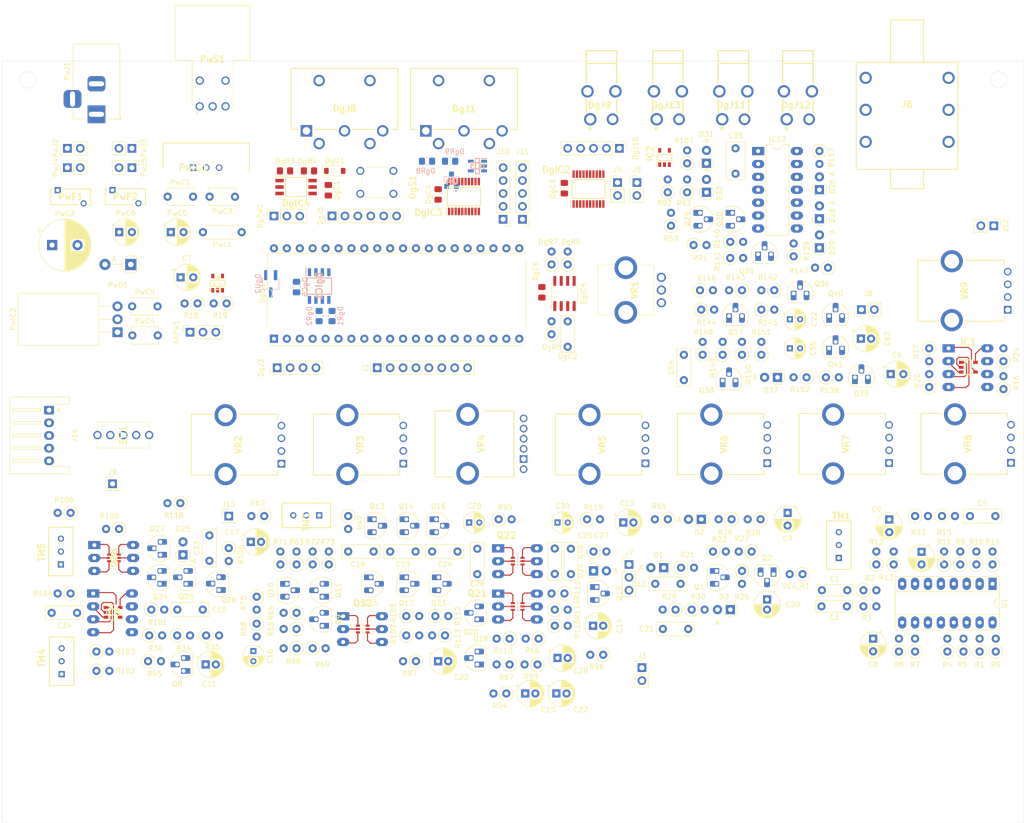
<source format=kicad_pcb>
(kicad_pcb (version 20240108) (generator "pcbnew") (generator_version "8.0")
  (layers (0 "F.Cu" signal) (31 "B.Cu" signal) (34 "B.Paste" user) (35 "F.Paste" user) (36 "B.SilkS" user "B.Silkscreen") (37 "F.SilkS" user "F.Silkscreen") (38 "B.Mask" user) (39 "F.Mask" user) (44 "Edge.Cuts" user))
  (net 0 "")
  (net 1 "GNDA")
  (net 2 "A+12V")
  (net 3 "A+5.333V")
  (net 4 "Net-(C1-Pad2)")
  (net 5 "A+VCA_Signal")
  (net 6 "Net-(C2-Pad2)")
  (net 7 "A+VCA_Resonance")
  (net 8 "Net-(C3-Pad1)")
  (net 9 "Net-(C4-Pad2)")
  (net 10 "VCA_OUT")
  (net 11 "Net-(IC1-+INPUT)")
  (net 12 "Net-(VR9-CCW)")
  (net 13 "Net-(C6-Pad1)")
  (net 14 "Net-(IC4-+INPUT)")
  (net 15 "Net-(C8-Pad1)")
  (net 16 "OVD_OUT")
  (net 17 "Net-(TM1-WIPER)")
  (net 18 "Net-(C10-Pad1)")
  (net 19 "A+VCO_SAW")
  (net 20 "Net-(Q8-E)")
  (net 21 "Net-(Q1-B)")
  (net 22 "Net-(VR4-CW_2)")
  (net 23 "Net-(Q19-E)")
  (net 24 "Net-(C15-Pad1)")
  (net 25 "Net-(C16-Pad1)")
  (net 26 "Net-(Q12-B1)")
  (net 27 "Net-(C17-Pad1)")
  (net 28 "Net-(Q12-C1)")
  (net 29 "Net-(Q12-C2)")
  (net 30 "Net-(Q13-B)")
  (net 31 "Net-(Q15-B)")
  (net 32 "Net-(Q2-B)")
  (net 33 "Net-(C21-Pad2)")
  (net 34 "Net-(C22-Pad1)")
  (net 35 "Net-(C23-Pad1)")
  (net 36 "Net-(Q18-E)")
  (net 37 "Net-(Q14-B)")
  (net 38 "Net-(Q17-B)")
  (net 39 "Net-(Q16-B)")
  (net 40 "Net-(Q21-B2)")
  (net 41 "Net-(Q22-E2)")
  (net 42 "Net-(Q21-B1)")
  (net 43 "Net-(Q19-C)")
  (net 44 "Net-(C29-Pad1)")
  (net 45 "Net-(Q22-B1)")
  (net 46 "Net-(Q25-E)")
  (net 47 "Net-(IC5-OUTPUT)")
  (net 48 "Net-(IC5--INPUT)")
  (net 49 "Net-(C35-Pad1)")
  (net 50 "A+ENV_Trig")
  (net 51 "Net-(C54-Pad1)")
  (net 52 "Net-(Q38-E)")
  (net 53 "Net-(Q41-B)")
  (net 54 "Net-(Q36-B)")
  (net 55 "A+VCA_Env")
  (net 56 "Net-(D1-K)")
  (net 57 "A+VCA_Trig")
  (net 58 "Net-(D2-K)")
  (net 59 "Net-(D3-K)")
  (net 60 "Net-(D3-A)")
  (net 61 "Net-(D24-K)")
  (net 62 "A+VCA-Reso_ACC")
  (net 63 "Net-(D25-K)")
  (net 64 "Net-(D25-A)")
  (net 65 "Net-(D26-A)")
  (net 66 "Net-(D28-K)")
  (net 67 "Net-(D28-A)")
  (net 68 "A+VCO_CV")
  (net 69 "Net-(D37-K)")
  (net 70 "GNDD")
  (net 71 "D+5V")
  (net 72 "Net-(DgIC5A-+)")
  (net 73 "D+3.3V")
  (net 74 "Net-(DgD1-A)")
  (net 75 "Net-(DgD1-K)")
  (net 78 "D_I2C_SCL")
  (net 80 "D_I2C_SDA")
  (net 81 "Net-(DgIC2-A7)")
  (net 82 "A+SyncOut")
  (net 83 "D+SyncOut")
  (net 84 "D+SyncOut_Run{slash}Stop")
  (net 85 "D-ACC")
  (net 86 "Net-(DgIC2-Y7)")
  (net 87 "A+GATE")
  (net 88 "D+SLIDE")
  (net 89 "A+SLIDE")
  (net 90 "Net-(DgIC2-A8)")
  (net 91 "A-ACC")
  (net 92 "A+SyncOut_Run{slash}Stop")
  (net 93 "D+GATE")
  (net 94 "Net-(DgIC2-Y8)")
  (net 95 "Net-(DgIC3-Y8)")
  (net 96 "D+SyncIn_Run{slash}Stop")
  (net 97 "Net-(DgIC3-A5)")
  (net 98 "Net-(DgIC3-A6)")
  (net 99 "D+3.3V_MIDIRX")
  (net 100 "Net-(DgIC3-A7)")
  (net 101 "D+5V_SyncIn")
  (net 102 "D+5V_MIDIRx")
  (net 103 "Net-(DgIC3-Y7)")
  (net 104 "Net-(DgIC3-A4)")
  (net 105 "Net-(DgIC3-Y6)")
  (net 106 "D+5V_SyncIn_Run{slash}Stop")
  (net 107 "Net-(DgIC3-Y4)")
  (net 108 "Net-(DgIC3-Y5)")
  (net 109 "Net-(DgIC3-A8)")
  (net 110 "D+SyncIn")
  (net 112 "Net-(DgIC5B--)")
  (net 113 "A+CV")
  (net 114 "Net-(DgIC5A--)")
  (net 115 "Net-(DgJ3-Pin_3)")
  (net 116 "Net-(DgJ3-Pin_4)")
  (net 117 "D+5V_MIDITX")
  (net 118 "Net-(DgJ5-Pin_5)")
  (net 119 "Net-(DgJ5-Pin_4)")
  (net 120 "Net-(DgJ5-Pin_3)")
  (net 122 "Net-(DgJ8-Pad4)")
  (net 126 "A+CV_MIX")
  (net 130 "D+CV_PWM")
  (net 131 "Net-(DgS1-N.O._1)")
  (net 132 "Net-(DgU1-GP7)")
  (net 133 "Net-(DgU1-GP6)")
  (net 134 "Net-(DgU1-GP9)")
  (net 135 "Net-(DgU1-GP8)")
  (net 136 "D+VBUS")
  (net 138 "A+TEMPO")
  (net 140 "Net-(DgU1-GP10)")
  (net 141 "Net-(DgU1-GP15)")
  (net 142 "D+VSYS")
  (net 143 "Net-(DgU1-GP12)")
  (net 144 "Net-(DgU1-GP11)")
  (net 145 "Net-(IC1--INPUT)")
  (net 146 "Net-(IC1-OUTPUT)")
  (net 148 "Net-(IC2--INPUT)")
  (net 152 "Net-(Q30-C)")
  (net 153 "A+ENV.MOD")
  (net 154 "Net-(Q29-C)")
  (net 155 "Net-(Q35-C)")
  (net 156 "Net-(VR7-CW)")
  (net 157 "Net-(VR6-CCW)")
  (net 158 "Net-(J12-Pin_1)")
  (net 161 "A+VCO_WAVE")
  (net 162 "D+15VPre")
  (net 163 "A+15V")
  (net 164 "Net-(PwIC1-VOUT)")
  (net 165 "A+15VPre")
  (net 166 "D+15V")
  (net 167 "ADAPTER GND")
  (net 168 "Net-(PwJ1-Pad1)")
  (net 169 "ADAPTER+15V")
  (net 173 "Net-(Q1-C)")
  (net 174 "Net-(Q1-E)")
  (net 175 "Net-(Q2-E)")
  (net 176 "Net-(Q8-B)")
  (net 177 "A+VCO_SQU")
  (net 178 "Net-(Q10-C)")
  (net 179 "Net-(Q9-B)")
  (net 180 "Net-(Q10-E)")
  (net 181 "Net-(Q10-B)")
  (net 182 "Net-(Q11-C)")
  (net 183 "Net-(Q12-B2)")
  (net 184 "Net-(Q12-E1)")
  (net 185 "Net-(Q18-B)")
  (net 186 "Net-(Q19-B)")
  (net 187 "Net-(Q20-C)")
  (net 188 "Net-(Q20-E)")
  (net 189 "Net-(Q20-B)")
  (net 190 "Net-(Q21-C1)")
  (net 191 "Net-(Q24-E)")
  (net 192 "Net-(Q25-C)")
  (net 193 "Net-(Q26-E1)")
  (net 194 "Net-(Q26-B2)")
  (net 195 "Net-(Q29-B)")
  (net 196 "Net-(Q30-B)")
  (net 197 "Net-(Q35-B)")
  (net 198 "Net-(Q36-E)")
  (net 199 "Net-(Q37-B)")
  (net 200 "Net-(Q38-B)")
  (net 201 "Net-(Q40-B)")
  (net 202 "Net-(U1A-+)")
  (net 203 "Net-(U1A--)")
  (net 204 "A+VCA_Control")
  (net 205 "Net-(R6-Pad2)")
  (net 206 "Net-(R7-Pad2)")
  (net 207 "Net-(U1C--)")
  (net 208 "Net-(U1C-+)")
  (net 209 "Net-(R12-Pad2)")
  (net 210 "Net-(TM1-CCW)")
  (net 211 "Net-(R14-Pad1)")
  (net 212 "VAOV_OUT")
  (net 213 "Net-(R26-Pad1)")
  (net 214 "Net-(VR4-CCW_2)")
  (net 215 "Net-(VR3-CCW)")
  (net 216 "Net-(VR5-CCW)")
  (net 217 "Net-(VR5-WIPER)")
  (net 218 "Net-(VR4-WIPER_2)")
  (net 219 "Net-(TM3-CCW)")
  (net 220 "Net-(TM4-WIPER)")
  (net 221 "Net-(TM5-CCW)")
  (net 222 "Net-(VR2-WIPER)")
  (net 223 "Net-(TM3-CW)")
  (net 235 "D+3.3V_MIDITX")
  (net 237 "Net-(DgJ1-Pad4)")
  (net 238 "Net-(DgJ1-Pad5)")
  (net 240 "Net-(Q4-C)")
  (net 242 "Net-(IC3-Y)")
  (footprint "Resistor_THT:R_Axial_DIN0207_L6.3mm_D2.5mm_P2.54mm_Vertical" (layer "F.Cu") (at 68.58 116.165 -90)
    (property "Reference" "R105")
    (property "Value" "10K")
  )
  (footprint "SamacSys_Parts:NJM2125F-SOT95&DIP8" (layer "F.Cu") (at 214.085 80.555)
    (property "Reference" "IC1")
    (property "Value" "NJM2125F-TE1_DIP8" (hide yes))
  )
  (footprint "SamacSys_Parts:MJ-8435" (layer "F.Cu") (at 154.97 20.75)
    (property "Reference" "DgJ13")
    (property "Value" "MJ-8435 SYNC OUT" (hide yes))
  )
  (footprint "Resistor_THT:R_Axial_DIN0207_L6.3mm_D2.5mm_P2.54mm_Vertical" (layer "F.Cu") (at 167.495 110.49 180)
    (property "Reference" "R26")
    (property "Value" "2.2K")
  )
  (footprint "Resistor_THT:R_Axial_DIN0207_L6.3mm_D2.5mm_P2.54mm_Vertical" (layer "F.Cu") (at 74.07 125.73 -90)
    (property "Reference" "R70")
    (property "Value" "2.2K")
  )
  (footprint "Resistor_THT:R_Axial_DIN0207_L6.3mm_D2.5mm_P2.54mm_Vertical" (layer "F.Cu") (at 52.705 138.43)
    (property "Reference" "R45")
    (property "Value" "22K")
  )
  (footprint "Package_DIP:DIP-16_W7.62mm_Socket_LongPads" (layer "F.Cu") (at 218.835 123.19 -90)
    (property "Reference" "U1")
    (property "Value" "LM13700")
  )
  (footprint "SamacSys_Parts:3296W1502A" (layer "F.Cu") (at 35.705 140.97)
    (property "Reference" "TM4")
    (property "Value" "50K" (hide yes))
  )
  (footprint "SamacSys_Parts:MJ-8435" (layer "F.Cu") (at 167.85 20.75)
    (property "Reference" "DgJ11")
    (property "Value" "MJ-8435 CV OUT" (hide yes))
  )
  (footprint "Diode_THT:D_A-405_P2.54mm_Vertical_AnodeUp" (layer "F.Cu") (at 176.53 82.55 180)
    (property "Reference" "D37")
    (property "Value" "D")
  )
  (footprint "SamacSys_Parts:3296W1502A" (layer "F.Cu") (at 35.56 119.38)
    (property "Reference" "TM5")
    (property "Value" "5K" (hide yes))
  )
  (footprint "Resistor_THT:R_Axial_DIN0207_L6.3mm_D2.5mm_P2.54mm_Vertical" (layer "F.Cu") (at 163.83 116.84)
    (property "Reference" "R22")
    (property "Value" "100")
  )
  (footprint "Resistor_THT:R_Axial_DIN0207_L6.3mm_D2.5mm_P2.54mm_Vertical" (layer "F.Cu") (at 167.23 55.88)
    (property "Reference" "R140")
    (property "Value" "100K")
  )
  (footprint "Resistor_THT:R_Axial_DIN0207_L6.3mm_D2.5mm_P2.54mm_Vertical" (layer "F.Cu") (at 88.265 119.38 90)
    (property "Reference" "R73")
    (property "Value" "100K")
  )
  (footprint "SamacSys_Parts:RK09D117000B" (layer "F.Cu") (at 153.685 67.865 90)
    (property "Reference" "VR1")
    (property "Value" "RK09D117000B" (hide yes))
  )
  (footprint "Resistor_THT:R_Axial_DIN0207_L6.3mm_D2.5mm_P2.54mm_Vertical" (layer "F.Cu") (at 158.75 46.13 90)
    (property "Reference" "R93")
    (property "Value" "100K")
  )
  (footprint "Resistor_THT:R_Axial_DIN0207_L6.3mm_D2.5mm_P2.54mm_Vertical" (layer "F.Cu") (at 103.505 133.35)
    (property "Reference" "R109")
    (property "Value" "10K")
  )
  (footprint "Package_TO_SOT_THT:TO-92_HandSolder" (layer "F.Cu") (at 165.735 83.185)
    (property "Reference" "Q38")
    (property "Value" "PNP")
  )
  (footprint "Resistor_THT:R_Axial_DIN0207_L6.3mm_D2.5mm_P2.54mm_Vertical" (layer "F.Cu") (at 182.245 82.55 180)
    (property "Reference" "R152")
    (property "Value" "100")
  )
  (footprint "Capacitor_THT:CP_Radial_D5.0mm_P2.00mm" (layer "F.Cu") (at 109.76 138.43)
    (property "Reference" "C23")
    (property "Value" "1uF/50V")
  )
  (footprint "Capacitor_THT:C_Rect_L7.2mm_W2.5mm_P5.00mm_FKS2_FKP2_MKS2_MKP2" (layer "F.Cu") (at 132.715 116.245 -90)
    (property "Reference" "C25")
    (property "Value" "0.1uF")
  )
  (footprint "Resistor_THT:R_Axial_DIN0207_L6.3mm_D2.5mm_P2.54mm_Vertical" (layer "F.Cu") (at 81.915 128.905 180)
    (property "Reference" "R64")
    (property "Value" "10K")
  )
  (footprint "Resistor_THT:R_Axial_DIN0207_L6.3mm_D2.5mm_P2.54mm_Vertical" (layer "F.Cu") (at 64.135 133.35)
    (property "Reference" "R35")
    (property "Value" "100K")
  )
  (footprint "Capacitor_THT:C_Rect_L7.2mm_W2.5mm_P5.00mm_FKS2_FKP2_MKS2_MKP2" (layer "F.Cu") (at 38.735 128.905 180)
    (property "Reference" "C34")
    (property "Value" "0.001uF")
  )
  (footprint "Capacitor_THT:CP_Radial_D5.0mm_P2.00mm" (layer "F.Cu") (at 174.48 126.27 -90)
    (property "Reference" "C20")
    (property "Value" "1uF/50V")
  )
  (footprint "SamacSys_Parts:NJM2125F-SOT95&DIP8" (layer "F.Cu") (at 45.81 128.815)
    (property "Reference" "IC5")
    (property "Value" "NJM2125F-TE1_DIP8" (hide yes))
  )
  (footprint "Resistor_THT:R_Axial_DIN0207_L6.3mm_D2.5mm_P2.54mm_Vertical" (layer "F.Cu") (at 199.39 119.38 90)
    (property "Reference" "R13")
    (property "Value" "5K")
  )
  (footprint "Capacitor_THT:CP_Radial_D4.0mm_P2.00mm" (layer "F.Cu") (at 178.975 71.12)
    (property "Reference" "C72")
    (property "Value" "10uF/16V")
  )
  (footprint "Resistor_THT:R_Axial_DIN0207_L6.3mm_D2.5mm_P2.54mm_Vertical" (layer "F.Cu") (at 52.93 133.35)
    (property "Reference" "R36")
    (property "Value" "10K")
  )
  (footprint "Resistor_THT:R_Axial_DIN0207_L6.3mm_D2.5mm_P2.54mm_Vertical" (layer "F.Cu") (at 218.835 119.38 90)
    (property "Reference" "R14")
    (property "Value" "10K")
  )
  (footprint "Resistor_THT:R_Axial_DIN0207_L6.3mm_D2.5mm_P2.54mm_Vertical" (layer "F.Cu") (at 160.02 56.515)
    (property "Reference" "R91")
    (property "Value" "1M")
  )
  (footprint "Resistor_THT:R_Axial_DIN0207_L6.3mm_D2.5mm_P2.54mm_Vertical" (layer "F.Cu") (at 215.66 119.38 90)
    (property "Reference" "R10")
    (property "Value" "510")
  )
  (footprint "Capacitor_THT:C_Rect_L7.0mm_W2.5mm_P5.00mm" (layer "F.Cu") (at 135.255 76.53 90)
    (property "Reference" "DgC2")
    (property "Value" "0.047uF")
  )
  (footprint "Resistor_THT:R_Axial_DIN0207_L6.3mm_D2.5mm_P2.54mm_Vertical" (layer "F.Cu") (at 186.055 82.55)
    (property "Reference" "R138")
    (property "Value" "68K")
  )
  (footprint "SamacSys_Parts:SOT95P280X130-5N" (layer "F.Cu") (at 66.395 64.005 90)
    (property "Reference" "IC4")
    (property "Value" "NJM2125F-TE1" (hide yes))
  )
  (footprint "Connector_PinHeader_2.54mm:PinHeader_1x01_P2.54mm_Vertical" (layer "F.Cu") (at 68.58 109.855)
    (property "Reference" "J13")
    (property "Value" "Conn_01x01_Pin")
  )
  (footprint "Connector_PinHeader_2.54mm:PinHeader_1x02_P2.54mm_Vertical" (layer "F.Cu") (at 193.04 69.215 90)
    (property "Reference" "J8")
    (property "Value" "Conn_01x02_Pin")
  )
  (footprint "Package_TO_SOT_THT:TO-92_HandSolder" (layer "F.Cu") (at 80.01 123.19 -90)
    (property "Reference" "Q10")
    (property "Value" "PNP")
  )
  (footprint "Capacitor_THT:C_Rect_L7.2mm_W2.5mm_P5.00mm_FKS2_FKP2_MKS2_MKP2" (layer "F.Cu") (at 100.33 116.84)
    (property "Reference" "C19")
    (property "Value" "0.033uF")
  )
  (footprint "SamacSys_Parts:3296W1502A" (layer "F.Cu") (at 188.595 118.11)
    (property "Reference" "TM1")
    (property "Value" "10K" (hide yes))
  )
  (footprint "Resistor_THT:R_Axial_DIN0207_L6.3mm_D2.5mm_P2.54mm_Vertical" (layer "F.Cu") (at 42.545 136.525)
    (property "Reference" "R103")
    (property "Value" "220K")
  )
  (footprint "Resistor_THT:R_Axial_DIN0207_L6.3mm_D2.5mm_P2.54mm_Vertical" (layer "F.Cu") (at 200.42 136.525 90)
    (property "Reference" "R8")
    (property "Value" "5K")
  )
  (footprint "Package_TO_SOT_THT:TO-92_HandSolder" (layer "F.Cu") (at 109.855 121.92 -90)
    (property "Reference" "Q23")
    (property "Value" "NPN")
  )
  (footprint "SamacSys_Parts:2MS1T1B4VS2QES" (layer "F.Cu") (at 45.29 93.915 90)
    (property "Reference" "SW1")
    (property "Value" "2MS1T1B4VS2QES" (hide yes))
  )
  (footprint "Connector_PinHeader_2.54mm:PinHeader_1x02_P2.54mm_Vertical" (layer "F.Cu") (at 145.06 44.213)
    (property "Reference" "J4")
    (property "Value" "Conn_01x02")
  )
  (footprint "Capacitor_THT:C_Rect_L7.2mm_W2.5mm_P5.00mm_FKS2_FKP2_MKS2_MKP2" (layer "F.Cu") (at 117.475 116.285 -90)
    (property "Reference" "C26")
    (property "Value" "0.033uF")
  )
  (footprint "Resistor_THT:R_Axial_DIN0207_L6.3mm_D2.5mm_P2.54mm_Vertical" (layer "F.Cu") (at 135.255 60.325 90)
    (property "Reference" "DgR6")
    (property "Value" "10K")
  )
  (footprint "Resistor_SMD:R_0805_2012Metric_Pad1.20x1.40mm_HandSolder" (layer "F.Cu") (at 84.36 41.91)
    (property "Reference" "DgR4")
    (property "Value" "220")
  )
  (footprint "Capacitor_THT:CP_Radial_D5.0mm_P2.50mm" (layer "F.Cu") (at 47.03 53.975)
    (property "Reference" "PwC6")
    (property "Value" "100uF/25V")
  )
  (footprint "Diode_THT:D_DO-41_SOD81_P5.08mm_Vertical_AnodeUp" (layer "F.Cu") (at 49.312183 60.325 180)
    (property "Reference" "PwD1")
    (property "Value" "SBM245L")
  )
  (footprint "Resistor_THT:R_Axial_DIN0207_L6.3mm_D2.5mm_P2.54mm_Vertical" (layer "F.Cu") (at 132.715 128.27)
    (property "Reference" "R114")
    (property "Value" "100K")
  )
  (footprint "Capacitor_THT:C_Disc_D5.1mm_W3.2mm_P5.00mm" (layer "F.Cu") (at 69.81 46.99 180)
    (property "Reference" "PwC3")
    (property "Value" "10uF")
  )
  (footprint "Capacitor_THT:C_Disc_D5.1mm_W3.2mm_P5.00mm" (layer "F.Cu") (at 49.57 68.58)
    (property "Reference" "PwC9")
    (property "Value" "0.1uF")
  )
  (footprint "Package_DIP:DIP-14_W7.62mm_LongPads" (layer "F.Cu") (at 172.72 38.005)
    (property "Reference" "IC12")
    (property "Value" "4066")
  )
  (footprint "Resistor_THT:R_Axial_DIN0207_L6.3mm_D2.5mm_P2.54mm_Vertical" (layer "F.Cu") (at 81.915 119.38 90)
    (property "Reference" "R63")
    (property "Value" "220K")
  )
  (footprint "Connector_PinHeader_2.54mm:PinHeader_1x05_P2.54mm_Vertical" (layer "F.Cu") (at 126.365 51.435 180)
    (property "Reference" "J11")
    (property "Value" "Conn_01x05")
  )
  (footprint "SamacSys_Parts:HN1C01FUGRLF_SOT23&DIP8" (layer "F.Cu") (at 125.415 127.65 -90)
    (property "Reference" "Q21")
    (property "Value" "HN1C01FU-GR,LF" (hide yes))
  )
  (footprint "Resistor_THT:R_Axial_DIN0207_L6.3mm_D2.5mm_P2.54mm_Vertical" (layer "F.Cu") (at 134.62 125.095 180)
    (property "Reference" "R111")
    (property "Value" "22K")
  )
  (footprint "Connector_PinHeader_2.54mm:PinHeader_1x01_P2.54mm_Vertical" (layer "F.Cu") (at 45.72 103.505)
    (property "Reference" "J9")
    (property "Value" "Conn_01x01_Pin")
  )
  (footprint "Capacitor_SMD:C_0805_2012Metric_Pad1.18x1.45mm_HandSolder" (layer "F.Cu") (at 130.175 65.8075 -90)
    (property "Reference" "DgC6")
    (property "Value" "0.1uF")
  )
  (footprint "Package_TO_SOT_THT:TO-92_HandSolder" (layer "F.Cu") (at 167.64 50.165 -90)
    (property "Reference" "Q30")
    (property "Value" "NPN")
  )
  (footprint "Capacitor_THT:C_Rect_L7.0mm_W2.0mm_P5.00mm" (layer "F.Cu") (at 185.26 124.46)
    (property "Reference" "C1")
    (property "Value" "0.01uF")
  )
  (footprint "Resistor_THT:R_Axial_DIN0207_L6.3mm_D2.5mm_P2.54mm_Vertical" (layer "F.Cu") (at 169.545 120.65 -90)
    (property "Reference" "R25")
    (property "Value" "100")
  )
  (footprint "Diode_THT:D_A-405_P2.54mm_Vertical_AnodeUp" (layer "F.Cu") (at 161.555 110.49 180)
    (property "Reference" "D2")
    (property "Value" "D")
  )
  (footprint "Resistor_THT:R_Axial_DIN0207_L6.3mm_D2.5mm_P2.54mm_Vertical" (layer "F.Cu") (at 220.98 84.865 90)
    (property "Reference" "R16")
    (property "Value" "10K")
  )
  (footprint "Resistor_THT:R_Axial_DIN0207_L6.3mm_D2.5mm_P2.54mm_Vertical" (layer "F.Cu") (at 129.54 133.985 180)
    (property "Reference" "R66")
    (property "Value" "100K")
  )
  (footprint "Resistor_THT:R_Axial_DIN0207_L6.3mm_D2.5mm_P2.54mm_Vertical" (layer "F.Cu") (at 46.99 112.395 180)
    (property "Reference" "R100")
    (property "Value" "1K(TEMPCO)")
  )
  (footprint "Package_TO_SOT_THT:TO-92_HandSolder" (layer "F.Cu") (at 117.475 139.065 90)
    (property "Reference" "Q18")
    (property "Value" "NPN")
  )
  (footprint "Package_TO_SOT_THT:TO-92_HandSolder" (layer "F.Cu") (at 59.69 140.335 90)
    (property "Reference" "Q8")
    (property "Value" "PNP")
  )
  (footprint "Capacitor_THT:CP_Radial_D5.0mm_P2.00mm" (layer "F.Cu") (at 126.905 144.78)
    (property "Reference" "C15")
    (property "Value" "1uF/50V")
  )
  (footprint "Package_TO_SOT_THT:TO-92_HandSolder" (layer "F.Cu") (at 86.995 131.445 90)
    (property "Reference" "Q9")
    (property "Value" "PNP")
  )
  (footprint "Connector_PinHeader_2.54mm:PinHeader_1x02_P2.54mm_Vertical" (layer "F.Cu") (at 219.075 52.705 -90)
    (property "Reference" "J12")
    (property "Value" "Conn_01x02")
  )
  (footprint "Capacitor_THT:CP_Radial_D4.0mm_P2.00mm" (layer "F.Cu") (at 133.255 111.125)
    (property "Reference" "C30")
    (property "Value" "10uF/16V")
  )
  (footprint "SamacSys_Parts:SOIC127P700X230-6N" (layer "F.Cu") (at 81.82 45.085)
    (property "Reference" "DgIC4")
    (property "Value" "TLP2304_TPR,E" (hide yes))
  )
  (footprint "Resistor_THT:R_Axial_DIN0207_L6.3mm_D2.5mm_P2.54mm_Vertical" (layer "F.Cu") (at 169.545 78.105 90)
    (property "Reference" "R150")
    (property "Value" "22")
  )
  (footprint "Diode_THT:D_A-405_P2.54mm_Vertical_AnodeUp" (layer "F.Cu") (at 184.785 51.34 90)
    (property "Reference" "D28")
    (property "Value" "D")
  )
  (footprint "Resistor_THT:R_Axial_DIN0207_L6.3mm_D2.5mm_P2.54mm_Vertical" (layer "F.Cu") (at 81.915 135.89 180)
    (property "Reference" "R98")
    (property "Value" "2.2K")
  )
  (footprint "Capacitor_THT:C_Rect_L7.2mm_W2.5mm_P5.00mm_FKS2_FKP2_MKS2_MKP2" (layer "F.Cu") (at 158.115 83.105 90)
    (property "Reference" "C54")
    (property "Value" "0.047uF")
  )
  (footprint "Connector_JST:JST_XH_S5B-XH-A-1_1x05_P2.50mm_Horizontal" (layer "F.Cu") (at 33.225 88.995 -90)
    (property "Reference" "J14")
    (property "Value" "Conn_01x05")
  )
  (footprint "Connector_PinHeader_2.54mm:PinHeader_1x02_P2.54mm_Vertical" (layer "F.Cu") (at 148.87 44.213)
    (property "Reference" "J5")
    (property "Value" "Conn_01x02")
  )
  (footprint "SamacSys_Parts:MJ-8435" (layer "F.Cu") (at 141.9 20.75)
    (property "Reference" "DgJ9")
    (property "Value" "MJ-8435 SYNC IN" (hide yes))
  )
  (footprint "Connector_PinHeader_2.54mm:PinHeader_1x02_P2.54mm_Vertical" (layer "F.Cu") (at 36.83 37.465 90)
    (property "Reference" "PwJ2")
    (property "Value" "Conn_01x02_Pin")
  )
  (footprint "Capacitor_THT:C_Rect_L7.2mm_W2.5mm_P5.00mm_FKS2_FKP2_MKS2_MKP2" (layer "F.Cu") (at 64.77 118.665 90)
    (property "Reference" "C33")
    (property "Value" "0.01uF")
  )
  (footprint "Capacitor_THT:CP_Radial_D5.0mm_P2.00mm" (layer "F.Cu") (at 140.24 131.445)
    (property "Reference" "C14")
    (property "Value" "1uF/50V")
  )
  (footprint "Capacitor_THT:CP_Radial_D5.0mm_P2.50mm" (layer "F.Cu") (at 59.095 62.865)
    (property "Reference" "C7")
    (property "Value" "2.2uF/25V")
  )
  (footprint "Resistor_THT:R_Axial_DIN0207_L6.3mm_D2.5mm_P2.54mm_Vertical" (layer "F.Cu") (at 154.94 46.13 90)
    (property "Reference" "R92")
    (property "Value" "100K")
  )
  (footprint "Resistor_THT:R_Axial_DIN0207_L6.3mm_D2.5mm_P2.54mm_Vertical" (layer "F.Cu") (at 219.47 136.525 90)
    (property "Reference" "R6")
    (property "Value" "47K")
  )
  (footprint "Connector_PinHeader_2.54mm:PinHeader_1x02_P2.54mm_Vertical" (layer "F.Cu") (at 49.53 37.465 -90)
    (property "Reference" "PwJ3")
    (property "Value" "Conn_01x02_Pin")
  )
  (footprint "Resistor_THT:R_Axial_DIN0207_L6.3mm_D2.5mm_P2.54mm_Vertical" (layer "F.Cu") (at 129.315 139.065 180)
    (property "Reference" "R99")
    (property "Value" "100K")
  )
  (footprint "SamacSys_Parts:SOP65P640X120-20N" (layer "F.Cu") (at 114.845 46.945 90)
    (property "Reference" "DgIC3")
    (property "Value" "74VHC541FT" (hide yes))
  )
  (footprint "Capacitor_THT:CP_Radial_D5.0mm_P2.50mm" (layer "F.Cu") (at 198.515 110.53 -90)
    (property "Reference" "C9")
    (property "Value" "1uF/25V")
  )
  (footprint "Resistor_THT:R_Axial_DIN0207_L6.3mm_D2.5mm_P2.54mm_Vertical" (layer "F.Cu") (at 111.125 133.35 180)
    (property "Reference" "R113")
    (property "Value" "100K")
  )
  (footprint "Resistor_THT:R_Axial_DIN0207_L6.3mm_D2.5mm_P2.54mm_Vertical" (layer "F.Cu") (at 155.575 52.705 90)
    (property "Reference" "R59")
    (property "Value" "100K")
  )
  (footprint "SamacSys_Parts:HN1C01FUGRLF_SOT23&DIP8" (layer "F.Cu") (at 94.935 132.095 -90)
    (property "Reference" "Q12")
    (property "Value" "HN1C01FU-GR,LF" (hide yes))
  )
  (footprint "Resistor_THT:R_Axial_DIN0207_L6.3mm_D2.5mm_P2.54mm_Vertical" (layer "F.Cu") (at 173.21 110.49 180)
    (property "Reference" "R28")
    (property "Value" "220K")
  )
  (footprint "Capacitor_THT:CP_Radial_D5.0mm_P2.50mm" (layer "F.Cu") (at 178.515 109.22 -90)
    (property "Reference" "C3")
    (property "Value" "10uF/25V")
  )
  (footprint "Resistor_THT:R_Axial_DIN0207_L6.3mm_D2.5mm_P2.54mm_Vertical" (layer "F.Cu") (at 58.42 133.35)
    (property "Reference" "R34")
    (property "Value" "10K")
  )
  (footprint "SamacSys_Parts:MFR050" (layer "F.Cu") (at 34.925 45.72)
    (property "Reference" "PwF1")
    (property "Value" "MF-R050" (hide yes))
  )
  (footprint "Package_TO_SOT_THT:TO-92_HandSolder" (layer "F.Cu") (at 55.055 123.19 90)
    (property "Reference" "Q24")
    (property "Value" "NPN")
  )
  (footprint "Diode_THT:D_A-405_P2.54mm_Vertical_AnodeUp" (layer "F.Cu") (at 184.785 45.625 90)
    (property "Reference" "D26")
    (property "Value" "D")
  )
  (footprint "Resistor_THT:R_Axial_DIN0207_L6.3mm_D2.5mm_P2.54mm_Vertical" (layer "F.Cu") (at 179.705 58.735 90)
    (property "Reference" "R139")
    (property "Value" "100K")
  )
  (footprint "Connector_PinSocket_2.54mm:PinSocket_1x03_P2.54mm_Vertical" (layer "F.Cu") (at 60.96 73.66 90)
    (property "Reference" "AnPw1")
    (property "Value" "AnPw")
  )
  (footprint "Diode_THT:D_A-405_P2.54mm_Vertical_AnodeUp" (layer "F.Cu") (at 154.16 120.015 180)
    (property "Reference" "D1")
    (property "Value" "D")
  )
  (footprint "Resistor_THT:R_Axial_DIN0207_L6.3mm_D2.5mm_P2.54mm_Vertical" (layer "F.Cu") (at 175.895 65.405 180)
    (property "Reference" "R142")
    (property "Value" "10K")
  )
  (footprint "SamacSys_Parts:KDJ035" (layer "F.Cu") (at 107.355 34.03)
    (property "Reference" "DgJ1")
    (property "Value" "KDJ03-5 MIDIOUT" (hide yes))
  )
  (footprint "Capacitor_THT:CP_Radial_D5.0mm_P2.50mm" (layer "F.Cu") (at 195.34 133.985 -90)
    (property "Reference" "C8")
    (property "Value" "1uF/25V")
  )
  (footprint "Capacitor_THT:CP_Radial_D5.0mm_P2.00mm" (layer "F.Cu") (at 133.255 137.795)
    (property "Reference" "C29")
    (property "Value" "1uF/50V")
  )
  (footprint "Capacitor_THT:CP_Radial_D5.0mm_P2.50mm" (layer "F.Cu") (at 204.865 116.88 -90)
    (property "Reference" "C4")
    (property "Value" "10uF/25V")
  )
  (footprint "Package_TO_SOT_THT:TO-92_HandSolder" (layer "F.Cu") (at 172.72 58.325)
    (property "Reference" "Q35")
    (property "Value" "NPN")
  )
  (footprint "Resistor_THT:R_Axial_DIN0207_L6.3mm_D2.5mm_P2.54mm_Vertical" (layer "F.Cu") (at 85.09 135.89)
    (property "Reference" "R69")
    (property "Value" "2.2K")
  )
  (footprint "Package_TO_SOT_THT:TO-92_HandSolder" (layer "F.Cu") (at 103.505 110.49 -90)
    (property "Reference" "Q14")
    (property "Value" "NPN")
  )
  (footprint "Capacitor_THT:CP_Radial_D5.0mm_P2.00mm" (layer "F.Cu") (at 146.197599 111.125)
    (property "Reference" "C13")
    (property "Value" "1uF/50V")
  )
  (footprint "SamacSys_Parts:4MS1R202M6QES" (layer "F.Cu") (at 62.865 29.21 180)
    (property "Reference" "PwS1")
    (property "Value" "4MS1R202M6QES" (hide yes))
  )
  (footprint "Package_TO_SOT_THT:TO-92_HandSolder" (layer "F.Cu") (at 66.675 124.42 90)
    (property "Reference" "Q28")
    (property "Value" "NJFET")
  )
  (footprint "Resistor_THT:R_Axial_DIN0207_L6.3mm_D2.5mm_P2.54mm_Vertical" (layer "F.Cu") (at 140.335 116.84)
    (property "Reference" "R46")
    (property "Value" "47K")
  )
  (footprint "Resistor_THT:R_Axial_DIN0207_L6.3mm_D2.5mm_P2.54mm_Vertical" (layer "F.Cu") (at 206.375 76.835 -90)
    (property "Reference" "R17")
    (property "Value" "100")
  )
  (footprint "Diode_THT:D_A-405_P2.54mm_Vertical_AnodeUp" (layer "F.Cu") (at 184.785 57.055 90)
    (property "Reference" "D29")
    (property "Value" "D")
  )
  (footprint "Resistor_THT:R_Axial_DIN0207_L6.3mm_D2.5mm_P2.54mm_Vertical" (layer "F.Cu") (at 184.785 38.005 -90)
    (property "Reference" "R117")
    (property "Value" "22K")
  )
  (footprint "Connector_PinHeader_2.54mm:PinHeader_1x05_P2.54mm_Vertical" (layer "F.Cu") (at 145.415 37.465 -90)
    (property "Reference" "DgJ16")
    (property "Value" "Conn_01x05")
  )
  (footprint "Resistor_THT:R_Axial_DIN0207_L6.3mm_D2.5mm_P2.54mm_Vertical" (layer "F.Cu") (at 154.957599 110.49 180)
    (property "Reference" "R61")
    (property "Value" "10K")
  )
  (footprint "Package_TO_SOT_THT:TO-92_HandSolder" (layer "F.Cu") (at 191.77 82.55)
    (property "Reference" "Q39")
    (property "Value" "NJFET")
  )
  (footprint "Resistor_THT:R_Axial_DIN0207_L6.3mm_D2.5mm_P2.54mm_Vertical" (layer "F.Cu") (at 75.565 109.855 180)
    (property "Reference" "R62")
    (property "Value" "220K")
  )
  (footprint "SamacSys_Parts:PTV1113420AA103" (layer "F.Cu") (at 78.945 99.55 90)
    (property "Reference" "VR2")
    (property "Value" "50K(B)" (hide yes))
  )
  (footprint "Connector_PinHeader_2.54mm:PinHeader_1x05_P2.54mm_Vertical" (layer "F.Cu") (at 122.555 51.435 180)
    (property "Reference" "J10")
    (property "Value" "Conn_01x05")
  )
  (footprint "SamacSys_Parts:PTV1124420AA504" (layer "F.Cu") (at 126.581666 98.635 90)
    (property "Reference" "VR4")
    (property "Value" "50K(B)2連" (hide yes))
  )
  (footprint "Resistor_THT:R_Axial_DIN0207_L6.3mm_D2.5mm_P2.54mm_Vertical" (layer "F.Cu") (at 220.98 79.375 90)
    (property "Reference" "R24")
    (property "Value" "100K")
  )
  (footprint "Capacitor_SMD:C_0805_2012Metric_Pad1.18x1.45mm_HandSolder" (layer "F.Cu") (at 88.17 45.72 -90)
    (property "Reference" "DgC1")
    (property "Value" "0.1uF")
  )
  (footprint "SamacSys_Parts:MJ462" (layer "F.Cu") (at 210.185 29.895 180)
    (property "Reference" "J6")
    (property "Value" "MJ-462" (hide yes))
  )
  (footprint "Resistor_THT:R_Axial_DIN0207_L6.3mm_D2.5mm_P2.54mm_Vertical" (layer "F.Cu") (at 62.44 68.005 180)
    (property "Reference" "R18")
    (property "Value" "30K")
  )
  (footprint "Connector_PinHeader_2.54mm:PinHeader_1x02_P2.54mm_Vertical" (layer "F.Cu") (at 36.825 41.275 90)
    (property "Reference" "PwJ4")
    (property "Value" "Conn_01x02_Pin")
  )
  (footprint "Resistor_THT:R_Axial_DIN0207_L6.3mm_D2.5mm_P2.54mm_Vertical" (layer "F.Cu") (at 167.23 59.055)
    (property "Reference" "R141")
    (property "Value" "100K")
  )
  (footprint "Resistor_THT:R_Axial_DIN0207_L6.3mm_D2.5mm_P2.54mm_Vertical" (layer "F.Cu") (at 78.74 119.38 90)
    (property "Reference" "R71")
    (property "Value" "2.2K")
  )
  (footprint "Connector_PinHeader_2.54mm:PinHeader_1x02_P2.54mm_Vertical" (layer "F.Cu") (at 149.86 139.7)
    (property "Reference" "J3")
    (property "Value" "Conn_01x02_Pin")
  )
  (footprint "Capacitor_THT:CP_Radial_D4.0mm_P2.00mm" (layer "F.Cu") (at 178.975 76.835)
    (property "Reference" "C55")
    (property "Value" "47uF/16V")
  )
  (footprint "Package_SO:SOIC-8_3.9x4.9mm_P1.27mm" (layer "F.Cu") (at 134.62 66.04 90)
    (property "Reference" "DgIC5")
    (property "Value" "LM358")
  )
  (footprint "SamacSys_Parts:PTV1113420AA103" (layer "F.Cu") (at 222.455 99.38 90)
    (property "Reference" "VR8")
    (property "Value" "50K(B)" (hide yes))
  )
  (footprint "Package_TO_SOT_THT:TO-92_HandSolder" (layer "F.Cu") (at 86.995 125.73 90)
    (property "Reference" "Q11")
    (property "Value" "NPN")
  )
  (footprint "Resistor_THT:R_Axial_DIN0207_L6.3mm_D2.5mm_P2.54mm_Vertical" (layer "F.Cu") (at 161.81 78.105 90)
    (property "Reference" "R148")
    (property "Value" "10K")
  )
  (footprint "Resistor_THT:R_Axial_DIN0207_L6.3mm_D2.5mm_P2.54mm_Vertical" (layer "F.Cu") (at 173.355 78.105 90)
    (property "Reference" "R151")
    (property "Value" "22K")
  )
  (footprint "Resistor_THT:R_Axial_DIN0207_L6.3mm_D2.5mm_P2.54mm_Vertical" (layer "F.Cu") (at 203.595 136.525 90)
    (property "Reference" "R7")
    (property "Value" "33K")
  )
  (footprint "SamacSys_Parts:PTV1113420AA103" (layer "F.Cu") (at 198.486665 99.4125 90)
    (property "Reference" "VR7")
    (property "Value" "50K(B)" (hide yes))
  )
  (footprint "SamacSys_Parts:SOT95P280X130-5N" (layer "F.Cu") (at 154.305 39.275 90)
    (property "Reference" "IC2")
    (property "Value" "NJM2125F-TE1" (hide yes))
  )
  (footprint "Capacitor_THT:CP_Radial_D5.0mm_P2.00mm" (layer "F.Cu") (at 72.93 114.935)
    (property "Reference" "C17")
    (property "Value" "1uF/50V")
  )
  (footprint "Connector_PinSocket_2.54mm:PinSocket_1x03_P2.54mm_Vertical" (layer "F.Cu") (at 77.47 50.8 90)
    (property "Reference" "DgPw1")
    (property "Value" "DgPw")
  )
  (footprint "Capacitor_THT:CP_Radial_D5.0mm_P2.50mm" (layer "F.Cu") (at 57.19 53.975)
    (property "Reference" "PwC5")
    (property "Value" "470uF/25V")
  )
  (footprint "Resistor_THT:R_Axial_DIN0207_L6.3mm_D2.5mm_P2.54mm_Vertical" (layer "F.Cu") (at 161.515 69.215)
    (property "Reference" "R144")
    (property "Value" "10K")
  )
  (footprint "Resistor_THT:R_Axial_DIN0207_L6.3mm_D2.5mm_P2.54mm_Vertical" (layer "F.Cu") (at 212.485 119.38 90)
    (property "Reference" "R9")
    (property "Value" "510")
  )
  (footprint "Capacitor_THT:C_Rect_L7.2mm_W2.5mm_P5.00mm_FKS2_FKP2_MKS2_MKP2" (layer "F.Cu") (at 214.39 109.855)
    (property "Reference" "C5")
    (property "Value" "0.01uF")
  )
  (footprint "Connector_PinHeader_2.54mm:PinHeader_1x08_P2.54mm_Vertical" (layer "F.Cu") (at 97.79 80.665 90)
    (property "Reference" "J1")
    (property "Value" "Conn_01x08")
  )
  (footprint "Resistor_THT:R_Axial_DIN0207_L6.3mm_D2.5mm_P2.54mm_Vertical" (layer "F.Cu") (at 169.545 65.405 180)
    (property "Reference" "R143")
    (property "Value" "10K")
  )
  (footprint "Resistor_THT:R_Axial_DIN0207_L6.3mm_D2.5mm_P2.54mm_Vertical" (layer "F.Cu") (at 132.08 60.325 90)
    (property "Reference" "DgR7")
    (property "Value" "5.1K")
  )
  (footprint "Capacitor_THT:CP_Radial_D5.0mm_P2.00mm" (layer "F.Cu") (at 133.029888 144.78)
    (property "Reference" "C22")
    (property "Value" "1uF/50V")
  )
  (footprint "Resistor_THT:R_Axial_DIN0207_L6.3mm_D2.5mm_P7.62mm_Horizontal" (layer "F.Cu") (at 71.12 53.975 180)
    (property "Reference" "PwL1")
    (property "Value" "4.7uh/0.5A")
  )
  (footprint "SamacSys_Parts:TO254P570X1700X1780-3P" (layer "F.Cu") (at 61.595 41.275)
    (property "Reference" "PwIC1")
    (property "Value" "BP5293-50" (hide yes))
  )
  (footprint "Resistor_THT:R_Axial_DIN0207_L6.3mm_D2.5mm_P2.54mm_Vertical" (layer "F.Cu") (at 216.295 136.525 90)
    (property "Reference" "R1")
    (property "Value" "2.2K")
  )
  (footprint "SamacSys_Parts:HN1C01FUGRLF_SOT23&DIP8" (layer "F.Cu") (at 45.985 118.095 -90)
    (property "Reference" "Q26")
    (property "Value" "HN1C01FU-GR,LF" (hide yes))
  )
  (footprint "Resistor_THT:R_Axial_DIN0207_L6.3mm_D2.5mm_P2.54mm_Vertical" (layer "F.Cu") (at 37.465 125.095 180)
    (property "Reference" "R104")
    (property "Value" "2.2K")
  )
  (footprint "Capacitor_THT:CP_Radial_D4.0mm_P2.00mm" (layer "F.Cu") (at 73.435 136.43 -90)
    (property "Reference" "C16")
    (property "Value" "10uF/16V")
  )
  (footprint "Resistor_THT:R_Axial_DIN0207_L6.3mm_D2.5mm_P2.54mm_Vertical" (layer "F.Cu") (at 123.19 144.78 180)
    (property "Reference" "R94")
    (property "Value" "10K")
  )
  (footprint "Capacitor_THT:C_Rect_L7.2mm_W2.5mm_P5.00mm_FKS2_FKP2_MKS2_MKP2" (layer "F.Cu") (at 108.585 116.84)
    (property "Reference" "C24")
    (property "Value" "0.033uF")
  )
  (footprint "Resistor_THT:R_Axial_DIN0207_L6.3mm_D2.5mm_P2.54mm_Vertical" (layer "F.Cu") (at 213.12 136.525 90)
    (property "Reference" "R5")
    (property "Value" "2.2K")
  )
  (footprint "Resistor_THT:R_Axial_DIN0207_L6.3mm_D2.5mm_P2.54mm_Vertical" (layer "F.Cu") (at 195.975 119.38 90)
    (property "Reference" "R12")
    (property "Value" "33K")
  )
  (footprint "Resistor_THT:R_Axial_DIN0207_L6.3mm_D2.5mm_P2.54mm_Vertical" (layer "F.Cu") (at 209.31 119.38 90)
    (property "Reference" "R11")
    (property "Value" "100")
  )
  (footprint "Resistor_THT:R_Axial_DIN0207_L6.3mm_D2.5mm_P2.54mm_Vertical" (layer "F.Cu") (at 123.825 139.065 180)
    (property "Reference" "R67")
    (property "Value" "2.2K")
  )
  (footprint "Resistor_THT:R_Axial_DIN0207_L6.3mm_D2.5mm_P2.54mm_Vertical" (layer "F.Cu") (at 74.07 131.035 -90)
    (property "Reference" "R68")
    (property "Value" "2.2K")
  )
  (footprint "Package_TO_SOT_THT:TO-92_HandSolder" (layer "F.Cu") (at 103.505 121.92 -90)
    (property "Reference" "Q17")
    (property "Value" "NPN")
  )
  (footprint "Resistor_THT:R_Axial_DIN0207_L6.3mm_D2.5mm_P2.54mm_Vertical" (layer "F.Cu") (at 37.465 109.22 180)
    (property "Reference" "R106")
    (property "Value" "27K")
  )
  (footprint "Diode_THT:D_A-405_P2.54mm_Vertical_AnodeUp" (layer "F.Cu") (at 140.335 120.65)
    (property "Reference" "D24")
    (property "Value" "D")
  )
  (footprint "Package_TO_SOT_THT:TO-92_HandSolder" (layer "F.Cu") (at 97.155 110.49 -90)
    (property "Reference" "Q13")
    (property "Value" "NPN")
  )
  (footprint "Capacitor_THT:CP_Radial_D5.0mm_P2.50mm" (layer "F.Cu") (at 198.795 81.915)
    (property "Reference" "C6")
    (property "Value" "1uF/25V")
  )
  (footprint "Resistor_THT:R_Axial_DIN0207_L6.3mm_D2.5mm_P2.54mm_Vertical" (layer "F.Cu") (at 159.65 128.27)
    (property "Reference" "R30")
    (property "Value" "22K")
  )
  (footprint "Connector_PinHeader_2.54mm:PinHeader_1x02_P2.54mm_Vertical" (layer "F.Cu") (at 49.53 41.275 -90)
    (property "Reference" "PwJ5")
    (property "Value" "Conn_01x02_Pin")
  )
  (footprint "SamacSys_Parts:3296W1502A" (layer "F.Cu") (at 86.36 109.71 90)
    (property "Reference" "TM3")
    (property "Value" "500K" (hide yes))
  )
  (footprint "Package_TO_SOT_THT:TO-92_HandSolder" (layer "F.Cu") (at 117.475 130.175 90)
    (property "Reference" "Q20")
    (property "Value" "NPN")
  )
  (footprint "Resistor_THT:R_Axial_DIN0207_L6.3mm_D2.5mm_P2.54mm_Vertical" (layer "F.Cu") (at 59.055 107.315 180)
    (property "Reference" "R118")
    (property "Value" "100K")
  )
  (footprint "Package_TO_SOT_THT:TO-92_HandSolder" (layer "F.Cu") (at 186.69 76.835)
    (property "Reference" "Q41")
    (property "Value" "NPN")
  )
  (footprint "SamacSys_Parts:HN1C01FUGRLF_SOT23&DIP8" (layer "F.Cu") (at 125.415 118.73 -90)
    (property "Reference" "Q22")
    (property "Value" "HN1C01FU-GR,LF" (hide yes))
  )
  (footprint "Capacitor_THT:C_Disc_D5.1mm_W3.2mm_P5.00mm" (layer "F.Cu") (at 49.61 74.295)
    (property "Reference" "PwC4")
    (property "Value" "0.1uF")
  )
  (footprint "Capacitor_THT:C_Rect_L7.2mm_W2.5mm_P5.00mm_FKS2_FKP2_MKS2_MKP2" (layer "F.Cu") (at 58.46 128.27)
    (property "Reference" "C10")
    (property "Value" "0.01uF")
  )
  (footprint "Resistor_SMD:R_0805_2012Metric_Pad1.20x1.40mm_HandSolder" (layer "F.Cu") (at 79.645 41.91)
    (property "Reference" "DgR3")
    (property "Value" "220")
  )
  (footprint "Package_TO_SOT_THT:TO-92_HandSolder" (layer "F.Cu") (at 161.29 50.165 -90)
    (property "Reference" "Q29")
    (property "Value" "NPN")
  )
  (footprint "Capacitor_THT:CP_Radial_D5.0mm_P2.00mm" (layer "F.Cu") (at 192.945 74.93)
    (property "Reference" "C62")
    (property "Value" "1uF/50V")
  )
  (footprint "SamacSys_Parts:B3F1060" (layer "F.Cu") (at 98.39 44.16)
    (property "Reference" "DgS1")
    (property "Value" "B3F-1000S" (hide yes))
  )
  (footprint "Resistor_THT:R_Axial_DIN0207_L6.3mm_D2.5mm_P2.54mm_Vertical" (layer "F.Cu") (at 156.475 128.27 180)
    (property "Reference" "R29")
    (property "Value" "47K")
  )
  (footprint "Resistor_THT:R_Axial_DIN0207_L6.3mm_D2.5mm_P2.54mm_Vertical" (layer "F.Cu") (at 139.065 110.49)
    (property "Reference" "R115")
    (property "Value" "10K")
  )
  (footprint "Resistor_THT:R_Axial_DIN0207_L6.3mm_D2.5mm_P2.54mm_Vertical" (layer "F.Cu") (at 121.677401 110.49)
    (property "Reference" "R95")
    (property "Value" "100")
  )
  (footprint "Resistor_THT:R_Axial_DIN0207_L6.3mm_D2.5mm_P2.54mm_Vertical" (layer "F.Cu") (at 209.945 136.525 90)
    (property "Reference" "R4")
    (property "Value" "2.2K")
  )
  (footprint "SamacSys_Parts:PTV1113420AA103" (layer "F.Cu") (at 102.913333 99.5225 90)
    (property "Reference" "VR3")
    (property "Value" "50K(A)" (hide yes))
  )
  (footprint "Diode_THT:D_A-405_P2.54mm_Vertical_AnodeUp" (layer "F.Cu") (at 162.56 40.415 90)
    (property "Reference" "D31")
    (property "Value" "D")
  )
  (footprint "Resistor_THT:R_Axial_DIN0207_L6.3mm_D2.5mm_P2.54mm_Vertical" (layer "F.Cu") (at 193.435 124.46)
    (property "Reference" "R2")
    (property "Value" "220K")
  )
  (footprint "Package_TO_SOT_THT:TO-92_HandSolder" (layer "F.Cu") (at 167.005 70.485)
    (property "Reference" "Q37")
    (property "Value" "NPN")
  )
  (footprint "Resistor_THT:R_Axial_DIN0207_L6.3mm_D2.5mm_P2.54mm_Vertical" (layer "F.Cu") (at 173.355 69.215)
    (property "Reference" "R145")
    (property "Value" "10K")
  )
  (footprint "Package_TO_SOT_THT:TO-92_HandSolder" (layer "F.Cu") (at 60.21 123.19 90)
    (property "Reference" "Q25")
    (property "Value" "NPN")
  )
  (footprint "Resistor_THT:R_Axial_DIN0207_L6.3mm_D2.5mm_P2.54mm_Vertical" (layer "F.Cu") (at 105.41 138.43 180)
    (property "Reference" "R97")
    (property "Value" "10K")
  )
  (footprint "Resistor_THT:R_Axial_DIN0207_L6.3mm_D2.5mm_P2.54mm_Vertical" (layer "F.Cu") (at 208.9 109.855)
    (property "Reference" "R15")
    (property "Value" "100K")
  )
  (footprint "Capacitor_THT:C_Rect_L7.2mm_W2.5mm_P5.00mm_FKS2_FKP2_MKS2_MKP2" (layer "F.Cu") (at 158.975 132.08 180)
    (property "Reference" "C21")
    (property "Value" "0.033uF")
  )
  (footprint "Capacitor_THT:C_Rect_L7.2mm_W2.5mm_P5.00mm_FKS2_FKP2_MKS2_MKP2" (layer "F.Cu") (at 135.89 116.285 -90)
    (property "Reference" "C27")
    (property "Value" "0.1uF")
  )
  (footprint "Package_TO_SOT_THT:TO-220-3_Horizontal_TabDown" (layer "F.Cu") (at 46.695 73.66 90)
    (property "Reference" "PwIC2")
    (property "Value" "L7812")
  )
  (footprint "Capacitor_THT:C_Rect_L7.0mm_W2.0mm_P5.00mm" (layer "F.Cu") (at 185.18 127.635)
    (property "Reference" "C2")
    (property "Value" "0.01uF")
  )
  (footprint "Capacitor_THT:CP_Radial_D4.0mm_P2.00mm" (layer "F.Cu") (at 115.867401 111.125)
    (property "Reference" "C28")
    (property "Value" "47uF/16V")
  )
  (footprint "Resistor_THT:R_Axial_DIN0207_L6.3mm_D2.5mm_P2.54mm_Vertical" (layer "F.Cu") (at 42.545 140.335)
    (property "Reference" "R102")
    (property "Value" "100K")
  )
  (footprint "Resistor_THT:R_Axial_DIN0207_L6.3mm_D2.5mm_P2.54mm_Vertical" (layer "F.Cu") (at 171.45 116.84 180)
    (property "Reference" "R27")
    (property "Value" "1.5M")
  )
  (footprint "Capacitor_THT:C_Rect_L7.2mm_W2.5mm_P5.00mm_FKS2_FKP2_MKS2_MKP2" (layer "F.Cu") (at 97.075 116.84 180)
    (property "Reference" "C18")
    (property "Value" "0.018uF")
  )
  (footprint "Capacitor_THT:C_Rect_L7.2mm_W2.5mm_P5.00mm_FKS2_FKP2_MKS2_MKP2" (layer "F.Cu") (at 152.48 123.19)
    (property "Reference" "C12")
    (property "Value" "0.1uF")
  )
  (footprint "Resistor_THT:R_Axial_DIN0207_L6.3mm_D2.5mm_P2.54mm_Vertical" (layer "F.Cu") (at 161.29 65.405)
    (property "Reference" "R146")
    (property "Value" "22K")
  )
  (footprint "SamacSys_Parts:PTV1113420AA103" (layer "F.Cu") (at 150.549999 99.495 90)
    (property "Reference" "VR5")
    (property "Value" "50K(A)" (hide yes))
  )
  (footprint "Resistor_THT:R_Axial_DIN0207_L6.3mm_D2.5mm_P2.54mm_Vertical" (layer "F.Cu") (at 53.34 128.27)
    (property "Reference" "R101")
    (property "Value" "10K")
  )
  (footprint "Resistor_THT:R_Axial_DIN0207_L6.3mm_D2.5mm_P2.54mm_Vertical" (layer "F.Cu") (at 158.75 40.415 90)
    (property "Reference" "R107")
    (property "Value" "2.2K")
  )
  (footprint "Capacitor_SMD:C_0805_2012Metric_Pad1.18x1.45mm_HandSolder" (layer "F.Cu") (at 109.765 46.5425 -90)
    (property "Reference" "DgC4")
    (property "Value" "0.1uF")
  )
  (footprint "Resistor_THT:R_Axial_DIN0207_L6.3mm_D2.5mm_P2.54mm_Vertical" (layer "F.Cu") (at 142.24 137.16 180)
    (property "Reference" "R96")
    (property "Value" "10K")
  )
  (footprint "Resistor_THT:R_Axial_DIN0207_L6.3mm_D2.5mm_P2.54mm_Vertical" (layer "F.Cu") (at 103.505 129.54)
    (property "Reference" "R108")
    (property "Value" "2.2K")
  )
  (footprint "SamacSys_Parts:KDJ035" (layer "F.Cu") (at 83.86 34.03)
    (property "Reference" "DgJ8")
    (property "Value" "KDJ03-5 MIDIIN" (hide yes))
  )
  (footprint "Resistor_THT:R_Axial_DIN0207_L6.3mm_D2.5mm_P2.54mm_Vertical" (layer "F.Cu") (at 165.735 78.105 90)
    (property "Reference" "R149")
    (property "Value" "10K")
  )
  (footprint "SamacSys_Parts:MFR050" (layer "F.Cu") (at 45.71 45.695)
    (property "Reference" "PwF2")
    (property "Value" "MF-R050" (hide yes))
  )
  (footprint "Connector_BarrelJack:BarrelJack_Horizontal" (layer "F.Cu") (at 42.545 30.765 -90)
    (property "Reference" "PwJ1")
    (property "Value" "Barrel_Jack_Switch")
  )
  (footprint "Package_TO_SOT_THT:TO-92_HandSolder" (layer "F.Cu") (at 96.52 121.92 -90)
    (property "Reference" "Q15")
    (property "Value" "NPN")
  )
  (footprint "Resistor_THT:R_Axial_DIN0207_L6.3mm_D2.5mm_P2.54mm_Vertical" (layer "F.Cu") (at 92.075 109.855 -90)
    (property "Reference" "R47")
    (property "Value" "10K")
  )
  (footprint "Capacitor_THT:C_Disc_D5.1mm_W3.2mm_P5.00mm" (layer "F.Cu") (at 56.555 46.99)
    (property "Reference" "PwC1")
    (property "Value" "10uF")
  )
  (footprint "Diode_THT:D_A-405_P2.54mm_Vertical_AnodeUp" (layer "F.Cu") (at 167.27 128.27 180)
    (property "Reference" "D3")
    (property "Value" "D")
  )
  (footprint "Resistor_THT:R_Axial_DIN0207_L6.3mm_D2.5mm_P2.54mm_Vertical" (layer "F.Cu") (at 85.09 119.38 90)
    (property "Reference" "R72")
    (property "Value" "100K")
  )
  (footprint "Connector_PinHeader_2.54mm:PinHeader_1x04_P2.54mm_Vertical" (layer "F.Cu") (at 78.115 80.665 90)
    (property "Reference" "DgJ3")
    (property "Value" "Conn_01x04")
  )
  (footprint "Resistor_THT:R_Axial_DIN0207_L6.3mm_D2.5mm_P2.54mm_Vertical" (layer "F.Cu") (at 193.435 127.635)
    (property "Reference" "R3")
    (property "Value" "100K")
  )
  (footprint "Resistor_THT:R_Axial_DIN0207_L6.3mm_D2.5mm_P2.54mm_Vertical" (layer "F.Cu") (at 206.375 84.455 90)
    (property "Reference" "R20")
    (property "Value" "100K")
  )
  (footprint "SamacSys_Parts:PTV1113420AA103" (layer "F.Cu") (at 221.82 69.24 90)
    (property "Reference" "VR9")
    (property "Value" "10K(A)" (hide yes))
  )
  (footprint "Resistor_THT:R_Axial_DIN0207_L6.3mm_D2.5mm_P2.54mm_Vertical" (layer "F.Cu") (at 68.155 68.005 180)
    (property "Reference" "R19")
    (property "Value" "24K")
  )
  (footprint "Diode_THT:D_A-405_P2.54mm_Vertical_AnodeUp" (layer "F.Cu") (at 162.56 46.13 90)
    (property "Reference" "D32")
    (property "Value" "D")
  )
  (footprint "Package_TO_SOT_THT:TO-92_HandSolder" (layer "F.Cu") (at 175.75 121.285 180)
    (property "Reference" "Q2")
    (property "Value" "PNP")
  )
  (footprint "SamacSys_Parts:PTV1113420AA103" (layer "F.Cu") (at 174.518332 99.44 90)
    (property "Reference" "VR6")
    (property "Value" "1M(A)" (hide yes))
  )
  (footprint "Resistor_THT:R_Axial_DIN0207_L6.3mm_D2.5mm_P2.54mm_Vertical" (layer "F.Cu") (at 132.08 74.07 90)
    (property "Reference" "DgR5")
    (property "Value" "22K")
  )
  (footprint "Package_TO_SOT_THT:TO-92_HandSolder" (layer "F.Cu") (at 55.13 117.475 90)
    (property "Reference" "Q27")
    (property "Value" "PNP")
  )
  (footprint "SamacSys_Parts:MJ-8435" (layer "F.Cu") (at 180.55 20.75)
    (property "Reference" "DgJ12")
    (property "Value" "MJ-8435 GATE OUT" (hide yes))
  )
  (footprint "Package_TO_SOT_THT:TO-92_HandSolder" (layer "F.Cu") (at 164.545 120.65 -90)
    (property "Reference" "Q1")
    (property "Value" "NPN")
  )
  (footprint "Resistor_THT:R_Axial_DIN0207_L6.3mm_D2.5mm_P2.54mm_Vertical" (layer "F.Cu") (at 123.825 133.985 180)
    (property "Reference" "R110")
    (property "Value" "22K")
  )
  (footprint "Package_TO_SOT_THT:TO-92_HandSolder" (layer "F.Cu") (at 186.69 70.485)
    (property "Reference" "Q40")
    (property "Value" "NPN")
  )
  (footprint "Connector_PinHeader_2.54mm:PinHeader_1x03_P2.54mm_Vertical" (layer "F.Cu") (at 147.32 119.38)
    (property "Reference" "J7")
    (property "Value" "Conn_01x03_Pin")
  )
  (footprint "Resistor_THT:R_Axial_DIN0207_L6.3mm_D2.5mm_P2.54mm_Vertical" (layer "F.Cu") (at 186.465 60.96 180)
    (property "Reference" "R147")
    (property "Value" "22")
  )
  (footprint "Resistor_THT:R_Axial_DIN0207_L6.3mm_D2.5mm_P2.54mm_Vertical" (layer "F.Cu") (at 157.56 120.015)
    (property "Reference" "R21")
    (property "Value" "22K")
  )
  (footprint "Resistor_THT:R_Axial_DIN0207_L6.3mm_D2.5mm_P2.54mm_Vertical" (layer "F.Cu") (at 132.715 131.445)
    (property "Reference" "R116")
    (property "Value" "10K")
  )
  (footprint "Capacitor_SMD:C_0805_2012Metric_Pad1.18x1.45mm_HandSolder" (layer "F.Cu") (at 134.59 45.3175 -90)
    (property "Reference" "DgC3")
    (property "Value" "0.1uF")
  )
  (footprint "Capacitor_THT:C_Rect_L7.2mm_W3.5mm_P5.00mm_FKS2_FKP2_MKS2_MKP2" (layer "F.Cu") (at 168.275 37.465 -90)
    (property "Reference" "C35")
    (property "Value" "0.22uF")
  )
  (footprint "SamacSys_Parts:Raspberry Pi Pico DIP-40_W17.76mm" (layer "F.Cu") (at 77.17 66.05 90)
    (property "Reference" "DgU1")
    (property "Value" "Raspberry Pi Pico DIP-40")
  )
  (footprint "Package_TO_SOT_THT:TO-92_HandSolder" (layer "F.Cu") (at 109.38 110.49 -90)
    (property "Reference" "Q16")
    (property "Value" "NPN")
  )
  (footprint "Diode_SMD:D_SOD-123" (layer "F.Cu") (at 89.44 41.91)
    (property "Reference" "DgD1")
    (property "Value" "1N4148W")
  )
  (footprint "Resistor_THT:R_Axial_DIN0207_L6.3mm_D2.5mm_P2.54mm_Vertical" (layer "F.Cu") (at 109.22 129.54)
    (property "Reference" "R112")
    (property "Value" "10K")
  )
  (footprint "Resistor_THT:R_Axial_DIN0207_L6.3mm_D2.5mm_P2.54mm_Vertical" (layer "F.Cu") (at 203.595 109.855)
    (property "Reference" "R23")
    (property "Value" "1.5K")
  )
  (footprint "Package_TO_SOT_THT:TO-92_HandSolder" (layer "F.Cu") (at 140.97 123.825 -90)
    (property "Reference" "Q19")
    (property "Value" "NPN")
  )
  (footprint "SamacSys_Parts:SOP65P640X120-20N" (layer "F.Cu") (at 139.345 45.483 90)
    (property "Reference" "DgIC2")
    (property "Value" "74VHC541FT" (hide yes))
  )
  (footprint "Package_TO_SOT_THT:TO-92_HandSolder" (layer "F.Cu") (at 179.705 66.04)
    (property "Reference" "Q36")
    (property "Value" "PNP")
  )
  (footprint "Diode_THT:D_A-405_P2.54mm_Vertical_AnodeUp" (layer "F.Cu") (at 59.575 117.475 90)
    (property "Reference" "D25")
    (property "Value" "D")
  )
  (footprint "Connector_PinHeader_2.54mm:PinHeader_1x06_P2.54mm_Vertical" (layer "F.Cu") (at 88.9 50.78 90)
    (property "Reference" "DgJ5")
    (property "Value" "Conn_01x06")
  )
  (footprint "Capacitor_THT:CP_Radial_D5.0mm_P2.00mm" (layer "F.Cu") (at 64.04 139.065)
    (property "Reference" "C11")
    (property "Value" "1uF/50V")
  )
  (footprint "Resistor_THT:R_Axial_DIN0207_L6.3mm_D2.5mm_P2.54mm_Vertical" (layer "F.Cu") (at 81.915 132.08 180)
    (property "Reference" "R65")
    (property "Value" "10K")
  )
  (footprint "Capacitor_THT:CP_Radial_D10.0mm_P5.00mm" (layer "F.Cu") (at 33.827323 56.515)
    (property "Reference" "PwC2")
    (property "Value" "1000uF/25V")
  )
  (footprint "Resistor_THT:R_Axial_DIN0207_L6.3mm_D2.5mm_P2.54mm_Vertical" (layer "F.Cu") (at 181.465 121.285 180)
    (property "Reference" "VCA_R1")
    (property "Value" "47K")
  )
  (footprint "Resistor_SMD:R_0805_2012Metric_Pad1.20x1.40mm_HandSolder" (layer "B.Cu") (at 107.585 40.005 180)
    (property "Reference" "DgR8")
    (property "Value" "220")
  )
  (footprint "Resistor_SMD:R_0805_2012Metric_Pad1.20x1.40mm_HandSolder" (layer "B.Cu") (at 88.9 70.485 90)
    (property "Reference" "DgR1")
    (property "Value" "1K")
  )
  (footprint "SamacSys_Parts:SOT95P285X140-5N" (layer "B.Cu") (at 117.505 40.955 180)
    (property "Reference" "IC3")
    (property "Value" "74AHC1G04W5-7" (hide yes))
  )
  (footprint "Capacitor_SMD:C_0805_2012Metric_Pad1.18x1.45mm_HandSolder" (layer "B.Cu") (at 81.915 64.77 90)
    (property "Reference" "DgC5")
    (property "Value" "0.1uF")
  )
  (footprint "Resistor_SMD:R_0805_2012Metric_Pad1.20x1.40mm_HandSolder" (layer "B.Cu") (at 86.36 70.485 90)
    (property "Reference" "DgR2")
    (property "Value" "1K")
  )
  (footprint "SamacSys_Parts:2SC3325YLF" (layer "B.Cu") (at 112.395 44.245 180)
    (property "Reference" "Q4")
    (property "Value" "2SC3325-Y" (hide yes))
  )
  (footprint "Package_TO_SOT_SMD:SOT-23W_Handsoldering" (layer "B.Cu") (at 76.835 64.135 -90)
    (property "Reference" "DgU2")
    (property "Value" "IRLML6402")
  )
  (footprint "SamacSys_Parts:SOIC127P602X173-8N" (layer "B.Cu") (at 86.36 64.5775 -90)
    (property "Reference" "DgIC1")
    (property "Value" "FM24CL16B-GTR" (hide yes))
  )
  (footprint "Resistor_SMD:R_0805_2012Metric_Pad1.20x1.40mm_HandSolder" (layer "B.Cu") (at 112.125 40.005)
    (property "Reference" "DgR9")
    (property "Value" "220")
  )
  (gr_circle (center 220 24) (end 221.6 24) (stroke (width 0.05)) (fill none) (layer "Edge.Cuts"))
  (gr_rect (start 24 20.27) (end 225 170.27) (stroke (width 0.05)) (fill none) (layer "Edge.Cuts"))
  (gr_circle (center 29 24) (end 30.6 24) (stroke (width 0.05)) (fill none) (layer "Edge.Cuts"))
)
</source>
